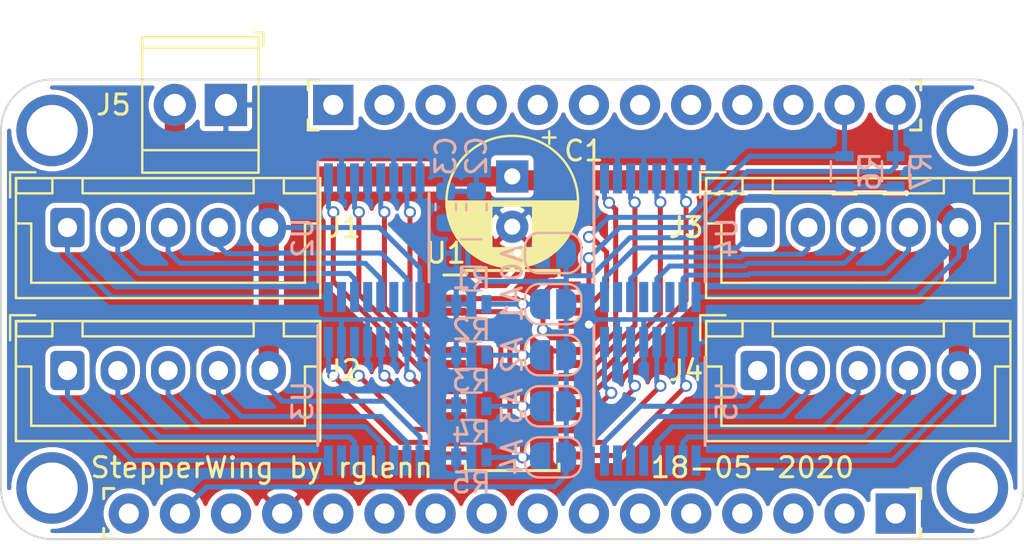
<source format=kicad_pcb>
(kicad_pcb (version 20171130) (host pcbnew "(5.1.5)-3")
  (title_block (date "sam. 04 avril 2015"))
  (layers (0 F.Cu signal) (31 B.Cu signal) (34 B.Paste user) (35 F.Paste user) (36 B.SilkS user) (37 F.SilkS user) (38 B.Mask user) (39 F.Mask user) (44 Edge.Cuts user))
  (net 0 "")
  (net 1 GND)
  (net 2 VCC)
  (net 3 /SDA)
  (net 4 +5V)
  (net 5 "Net-(J1-Pad4)")
  (net 6 "Net-(J1-Pad3)")
  (net 7 "Net-(J1-Pad2)")
  (net 8 "Net-(J1-Pad1)")
  (net 9 "Net-(J2-Pad1)")
  (net 10 "Net-(J2-Pad2)")
  (net 11 "Net-(J2-Pad3)")
  (net 12 "Net-(J2-Pad4)")
  (net 13 "Net-(J3-Pad1)")
  (net 14 "Net-(J3-Pad2)")
  (net 15 "Net-(J3-Pad3)")
  (net 16 "Net-(J3-Pad4)")
  (net 17 "Net-(J4-Pad4)")
  (net 18 "Net-(J4-Pad3)")
  (net 19 "Net-(J4-Pad2)")
  (net 20 "Net-(J4-Pad1)")
  (net 21 /SCL)
  (net 22 /MOTOR1_A)
  (net 23 /MOTOR1_B)
  (net 24 /MOTOR1_C)
  (net 25 /MOTOR1_D)
  (net 26 /MOTOR3_A)
  (net 27 /MOTOR3_B)
  (net 28 /MOTOR3_C)
  (net 29 /MOTOR3_D)
  (net 30 /MOTOR2_D)
  (net 31 /MOTOR2_C)
  (net 32 /MOTOR2_B)
  (net 33 /MOTOR2_A)
  (net 34 /MOTOR4_D)
  (net 35 /MOTOR4_C)
  (net 36 /MOTOR4_B)
  (net 37 /MOTOR4_A)
  (net 38 "Net-(A0-Pad1)")
  (net 39 "Net-(A1-Pad1)")
  (net 40 "Net-(A2-Pad1)")
  (net 41 "Net-(A3-Pad1)")
  (net 42 "Net-(A4-Pad1)")
  (module Adafruit_FeatherWing:Conn_PinHeader_1x16 (layer F.Cu) (at 137.16 124.46 180)
    (fp_text reference JP1)
    (fp_text value PinHeader_01x16_2.54mm)
    (pad 11 thru_hole circle (at 6.35 0 180) (size 2 2) (drill 1) (layers *.Cu *.Mask))
    (pad 12 thru_hole circle (at 8.89 0 180) (size 2 2) (drill 1) (layers *.Cu *.Mask))
    (pad 10 thru_hole circle (at 3.81 0 180) (size 2 2) (drill 1) (layers *.Cu *.Mask))
    (pad 9 thru_hole circle (at 1.27 0 180) (size 2 2) (drill 1) (layers *.Cu *.Mask))
    (pad 8 thru_hole circle (at -1.27 0 180) (size 2 2) (drill 1) (layers *.Cu *.Mask))
    (pad 5 thru_hole circle (at -8.89 0 180) (size 2 2) (drill 1) (layers *.Cu *.Mask))
    (pad 6 thru_hole circle (at -6.35 0 180) (size 2 2) (drill 1) (layers *.Cu *.Mask))
    (pad 7 thru_hole circle (at -3.81 0 180) (size 2 2) (drill 1) (layers *.Cu *.Mask))
    (pad 4 thru_hole circle (at -11.43 0 180) (size 2 2) (drill 1) (layers *.Cu *.Mask))
    (pad 3 thru_hole circle (at -13.97 0 180) (size 2 2) (drill 1) (layers *.Cu *.Mask))
    (pad 2 thru_hole circle (at -16.51 0 180) (size 2 2) (drill 1) (layers *.Cu *.Mask))
    (pad 1 thru_hole rect (at -19.05 0 180) (size 2 2) (drill 1) (layers *.Cu *.Mask))
    (pad 13 thru_hole circle (at 11.43 0 180) (size 2 2) (drill 1) (layers *.Cu *.Mask) (net 1 GND))
    (pad 14 thru_hole circle (at 13.97 0 180) (size 2 2) (drill 1) (layers *.Cu *.Mask))
    (pad 15 thru_hole circle (at 16.51 0 180) (size 2 2) (drill 1) (layers *.Cu *.Mask) (net 2 VCC))
    (pad 16 thru_hole circle (at 19.05 0 180) (size 2 2) (drill 1) (layers *.Cu *.Mask))
  )
  (module Adafruit_FeatherWing:Conn_PinHeader_1x12 (layer F.Cu) (at 142.24 104.14)
    (fp_text reference JP3)
    (fp_text value PinHeader_01x12_2.54mm)
    (pad 11 thru_hole circle (at 11.43 0) (size 2 2) (drill 1) (layers *.Cu *.Mask) (net 21 /SCL))
    (pad 12 thru_hole circle (at 13.97 0) (size 2 2) (drill 1) (layers *.Cu *.Mask) (net 3 /SDA))
    (pad 10 thru_hole circle (at 8.89 0) (size 2 2) (drill 1) (layers *.Cu *.Mask))
    (pad 9 thru_hole circle (at 6.35 0) (size 2 2) (drill 1) (layers *.Cu *.Mask))
    (pad 8 thru_hole circle (at 3.81 0) (size 2 2) (drill 1) (layers *.Cu *.Mask))
    (pad 5 thru_hole circle (at -3.81 0) (size 2 2) (drill 1) (layers *.Cu *.Mask))
    (pad 6 thru_hole circle (at -1.27 0) (size 2 2) (drill 1) (layers *.Cu *.Mask))
    (pad 7 thru_hole circle (at 1.27 0) (size 2 2) (drill 1) (layers *.Cu *.Mask))
    (pad 4 thru_hole circle (at -6.35 0) (size 2 2) (drill 1) (layers *.Cu *.Mask))
    (pad 3 thru_hole circle (at -8.89 0) (size 2 2) (drill 1) (layers *.Cu *.Mask))
    (pad 2 thru_hole circle (at -11.43 0) (size 2 2) (drill 1) (layers *.Cu *.Mask))
    (pad 1 thru_hole rect (at -13.97 0) (size 2 2) (drill 1) (layers *.Cu *.Mask))
  )
  (module Adafruit_FeatherWing:PCB_FeatherWing (layer F.Cu) (at 137.16 114.3)
    (fp_text reference PCB**)
    (fp_text value VAL**)
    (pad "" np_thru_hole circle (at 22.86 8.89) (size 3.556 3.556) (drill 2.54) (layers *.Cu *.Mask))
    (pad "" np_thru_hole circle (at -22.86 8.89) (size 3.556 3.556) (drill 2.54) (layers *.Cu *.Mask))
    (pad "" np_thru_hole circle (at 22.86 -8.89) (size 3.556 3.556) (drill 2.54) (layers *.Cu *.Mask))
    (pad "" np_thru_hole circle (at -22.86 -8.89) (size 3.556 3.556) (drill 2.54) (layers *.Cu *.Mask))
  )
  (module Jumper:SolderJumper-2_P1.3mm_Open_RoundedPad1.0x1.5mm (layer B.Cu) (at 139.192 111.506)
    (fp_text reference A0 (at -2.032 0.508 90) (layer B.SilkS) (effects (justify mirror)))
    (fp_text value SolderJumper_2_Open)
    (pad 1 smd custom (at -0.65 0) (size 1 0.5) (layers B.Cu B.Mask) (net 38 "Net-(A0-Pad1)") (options (clearance outline) (anchor rect)) (primitives (gr_circle (center 0 -0.25) (end 0.5 -0.25) (width 0)) (gr_circle (center 0 0.25) (end 0.5 0.25) (width 0)) (gr_poly (pts (xy 0 0.75) (xy 0.5 0.75) (xy 0.5 -0.75) (xy 0 -0.75)) (width 0))))
    (pad 2 smd custom (at 0.65 0) (size 1 0.5) (layers B.Cu B.Mask) (net 2 VCC) (options (clearance outline) (anchor rect)) (primitives (gr_circle (center 0 -0.25) (end 0.5 -0.25) (width 0)) (gr_circle (center 0 0.25) (end 0.5 0.25) (width 0)) (gr_poly (pts (xy 0 0.75) (xy -0.5 0.75) (xy -0.5 -0.75) (xy 0 -0.75)) (width 0))))
  )
  (module Jumper:SolderJumper-2_P1.3mm_Open_RoundedPad1.0x1.5mm (layer B.Cu) (at 139.192 114.046)
    (fp_text reference A1 (at -2.032 0 90) (layer B.SilkS) (effects (justify mirror)))
    (fp_text value SolderJumper_2_Open)
    (pad 2 smd custom (at 0.65 0) (size 1 0.5) (layers B.Cu B.Mask) (net 2 VCC) (options (clearance outline) (anchor rect)) (primitives (gr_circle (center 0 -0.25) (end 0.5 -0.25) (width 0)) (gr_circle (center 0 0.25) (end 0.5 0.25) (width 0)) (gr_poly (pts (xy 0 0.75) (xy -0.5 0.75) (xy -0.5 -0.75) (xy 0 -0.75)) (width 0))))
    (pad 1 smd custom (at -0.65 0) (size 1 0.5) (layers B.Cu B.Mask) (net 39 "Net-(A1-Pad1)") (options (clearance outline) (anchor rect)) (primitives (gr_circle (center 0 -0.25) (end 0.5 -0.25) (width 0)) (gr_circle (center 0 0.25) (end 0.5 0.25) (width 0)) (gr_poly (pts (xy 0 0.75) (xy 0.5 0.75) (xy 0.5 -0.75) (xy 0 -0.75)) (width 0))))
  )
  (module Jumper:SolderJumper-2_P1.3mm_Open_RoundedPad1.0x1.5mm (layer B.Cu) (at 139.192 116.586)
    (fp_text reference A2 (at -2.032 0 90) (layer B.SilkS) (effects (justify mirror)))
    (fp_text value SolderJumper_2_Open)
    (pad 1 smd custom (at -0.65 0) (size 1 0.5) (layers B.Cu B.Mask) (net 40 "Net-(A2-Pad1)") (options (clearance outline) (anchor rect)) (primitives (gr_circle (center 0 -0.25) (end 0.5 -0.25) (width 0)) (gr_circle (center 0 0.25) (end 0.5 0.25) (width 0)) (gr_poly (pts (xy 0 0.75) (xy 0.5 0.75) (xy 0.5 -0.75) (xy 0 -0.75)) (width 0))))
    (pad 2 smd custom (at 0.65 0) (size 1 0.5) (layers B.Cu B.Mask) (net 2 VCC) (options (clearance outline) (anchor rect)) (primitives (gr_circle (center 0 -0.25) (end 0.5 -0.25) (width 0)) (gr_circle (center 0 0.25) (end 0.5 0.25) (width 0)) (gr_poly (pts (xy 0 0.75) (xy -0.5 0.75) (xy -0.5 -0.75) (xy 0 -0.75)) (width 0))))
  )
  (module Jumper:SolderJumper-2_P1.3mm_Open_RoundedPad1.0x1.5mm (layer B.Cu) (at 139.192 119.126)
    (fp_text reference A3 (at -2.032 0 90) (layer B.SilkS) (effects (justify mirror)))
    (fp_text value SolderJumper_2_Open)
    (pad 2 smd custom (at 0.65 0) (size 1 0.5) (layers B.Cu B.Mask) (net 2 VCC) (options (clearance outline) (anchor rect)) (primitives (gr_circle (center 0 -0.25) (end 0.5 -0.25) (width 0)) (gr_circle (center 0 0.25) (end 0.5 0.25) (width 0)) (gr_poly (pts (xy 0 0.75) (xy -0.5 0.75) (xy -0.5 -0.75) (xy 0 -0.75)) (width 0))))
    (pad 1 smd custom (at -0.65 0) (size 1 0.5) (layers B.Cu B.Mask) (net 41 "Net-(A3-Pad1)") (options (clearance outline) (anchor rect)) (primitives (gr_circle (center 0 -0.25) (end 0.5 -0.25) (width 0)) (gr_circle (center 0 0.25) (end 0.5 0.25) (width 0)) (gr_poly (pts (xy 0 0.75) (xy 0.5 0.75) (xy 0.5 -0.75) (xy 0 -0.75)) (width 0))))
  )
  (module Jumper:SolderJumper-2_P1.3mm_Open_RoundedPad1.0x1.5mm (layer B.Cu) (at 139.192 121.666)
    (fp_text reference A4 (at -2.032 0 90) (layer B.SilkS) (effects (justify mirror)))
    (fp_text value SolderJumper_2_Open)
    (pad 1 smd custom (at -0.65 0) (size 1 0.5) (layers B.Cu B.Mask) (net 42 "Net-(A4-Pad1)") (options (clearance outline) (anchor rect)) (primitives (gr_circle (center 0 -0.25) (end 0.5 -0.25) (width 0)) (gr_circle (center 0 0.25) (end 0.5 0.25) (width 0)) (gr_poly (pts (xy 0 0.75) (xy 0.5 0.75) (xy 0.5 -0.75) (xy 0 -0.75)) (width 0))))
    (pad 2 smd custom (at 0.65 0) (size 1 0.5) (layers B.Cu B.Mask) (net 2 VCC) (options (clearance outline) (anchor rect)) (primitives (gr_circle (center 0 -0.25) (end 0.5 -0.25) (width 0)) (gr_circle (center 0 0.25) (end 0.5 0.25) (width 0)) (gr_poly (pts (xy 0 0.75) (xy -0.5 0.75) (xy -0.5 -0.75) (xy 0 -0.75)) (width 0))))
  )
  (module Resistors_SMD:R_0603 (layer B.Cu) (at 135.128 111.506 180)
    (fp_text reference R1 (at 0 -1.27) (layer B.SilkS) (effects (justify mirror)))
    (fp_text value 10K)
    (pad 1 smd rect (at -0.75 0 180) (size 0.5 0.9) (layers B.Cu B.Paste B.Mask) (net 38 "Net-(A0-Pad1)"))
    (pad 2 smd rect (at 0.75 0 180) (size 0.5 0.9) (layers B.Cu B.Paste B.Mask) (net 1 GND))
  )
  (module Resistors_SMD:R_0603 (layer B.Cu) (at 135.128 114.046 180)
    (fp_text reference R2 (at 0 -1.27) (layer B.SilkS) (effects (justify mirror)))
    (fp_text value 10K)
    (pad 2 smd rect (at 0.75 0 180) (size 0.5 0.9) (layers B.Cu B.Paste B.Mask) (net 1 GND))
    (pad 1 smd rect (at -0.75 0 180) (size 0.5 0.9) (layers B.Cu B.Paste B.Mask) (net 39 "Net-(A1-Pad1)"))
  )
  (module Resistors_SMD:R_0603 (layer B.Cu) (at 135.128 116.586 180)
    (fp_text reference R3 (at 0 -1.27) (layer B.SilkS) (effects (justify mirror)))
    (fp_text value 10K)
    (pad 1 smd rect (at -0.75 0 180) (size 0.5 0.9) (layers B.Cu B.Paste B.Mask) (net 40 "Net-(A2-Pad1)"))
    (pad 2 smd rect (at 0.75 0 180) (size 0.5 0.9) (layers B.Cu B.Paste B.Mask) (net 1 GND))
  )
  (module Resistors_SMD:R_0603 (layer B.Cu) (at 135.128 119.126 180)
    (fp_text reference R4 (at 0 -1.27) (layer B.SilkS) (effects (justify mirror)))
    (fp_text value 10K)
    (pad 2 smd rect (at 0.75 0 180) (size 0.5 0.9) (layers B.Cu B.Paste B.Mask) (net 1 GND))
    (pad 1 smd rect (at -0.75 0 180) (size 0.5 0.9) (layers B.Cu B.Paste B.Mask) (net 41 "Net-(A3-Pad1)"))
  )
  (module Resistors_SMD:R_0603 (layer B.Cu) (at 135.128 121.666 180)
    (fp_text reference R5 (at 0 -1.27) (layer B.SilkS) (effects (justify mirror)))
    (fp_text value 10K)
    (pad 1 smd rect (at -0.75 0 180) (size 0.5 0.9) (layers B.Cu B.Paste B.Mask) (net 42 "Net-(A4-Pad1)"))
    (pad 2 smd rect (at 0.75 0 180) (size 0.5 0.9) (layers B.Cu B.Paste B.Mask) (net 1 GND))
  )
  (module Package_SO:TSSOP-28_4.4x9.7mm_P0.65mm (layer F.Cu) (at 137.16 117.348)
    (fp_text reference U1 (at -3.302 -5.842) (layer F.SilkS))
    (fp_text value PCA9685PW)
    (pad 1 smd rect (at -2.85 -4.225) (size 1.1 0.4) (layers F.Cu F.Paste F.Mask) (net 38 "Net-(A0-Pad1)"))
    (pad 2 smd rect (at -2.85 -3.575) (size 1.1 0.4) (layers F.Cu F.Paste F.Mask) (net 39 "Net-(A1-Pad1)"))
    (pad 3 smd rect (at -2.85 -2.925) (size 1.1 0.4) (layers F.Cu F.Paste F.Mask) (net 40 "Net-(A2-Pad1)"))
    (pad 4 smd rect (at -2.85 -2.275) (size 1.1 0.4) (layers F.Cu F.Paste F.Mask) (net 41 "Net-(A3-Pad1)"))
    (pad 5 smd rect (at -2.85 -1.625) (size 1.1 0.4) (layers F.Cu F.Paste F.Mask) (net 42 "Net-(A4-Pad1)"))
    (pad 6 smd rect (at -2.85 -0.975) (size 1.1 0.4) (layers F.Cu F.Paste F.Mask) (net 25 /MOTOR1_D))
    (pad 7 smd rect (at -2.85 -0.325) (size 1.1 0.4) (layers F.Cu F.Paste F.Mask) (net 24 /MOTOR1_C))
    (pad 8 smd rect (at -2.85 0.325) (size 1.1 0.4) (layers F.Cu F.Paste F.Mask) (net 23 /MOTOR1_B))
    (pad 9 smd rect (at -2.85 0.975) (size 1.1 0.4) (layers F.Cu F.Paste F.Mask) (net 22 /MOTOR1_A))
    (pad 10 smd rect (at -2.85 1.625) (size 1.1 0.4) (layers F.Cu F.Paste F.Mask) (net 29 /MOTOR3_D))
    (pad 11 smd rect (at -2.85 2.275) (size 1.1 0.4) (layers F.Cu F.Paste F.Mask) (net 28 /MOTOR3_C))
    (pad 12 smd rect (at -2.85 2.925) (size 1.1 0.4) (layers F.Cu F.Paste F.Mask) (net 27 /MOTOR3_B))
    (pad 13 smd rect (at -2.85 3.575) (size 1.1 0.4) (layers F.Cu F.Paste F.Mask) (net 26 /MOTOR3_A))
    (pad 14 smd rect (at -2.85 4.225) (size 1.1 0.4) (layers F.Cu F.Paste F.Mask) (net 1 GND))
    (pad 15 smd rect (at 2.85 4.225) (size 1.1 0.4) (layers F.Cu F.Paste F.Mask) (net 34 /MOTOR4_D))
    (pad 16 smd rect (at 2.85 3.575) (size 1.1 0.4) (layers F.Cu F.Paste F.Mask) (net 35 /MOTOR4_C))
    (pad 17 smd rect (at 2.85 2.925) (size 1.1 0.4) (layers F.Cu F.Paste F.Mask) (net 36 /MOTOR4_B))
    (pad 18 smd rect (at 2.85 2.275) (size 1.1 0.4) (layers F.Cu F.Paste F.Mask) (net 37 /MOTOR4_A))
    (pad 19 smd rect (at 2.85 1.625) (size 1.1 0.4) (layers F.Cu F.Paste F.Mask) (net 30 /MOTOR2_D))
    (pad 20 smd rect (at 2.85 0.975) (size 1.1 0.4) (layers F.Cu F.Paste F.Mask) (net 31 /MOTOR2_C))
    (pad 21 smd rect (at 2.85 0.325) (size 1.1 0.4) (layers F.Cu F.Paste F.Mask) (net 32 /MOTOR2_B))
    (pad 22 smd rect (at 2.85 -0.325) (size 1.1 0.4) (layers F.Cu F.Paste F.Mask) (net 33 /MOTOR2_A))
    (pad 23 smd rect (at 2.85 -0.975) (size 1.1 0.4) (layers F.Cu F.Paste F.Mask) (net 1 GND))
    (pad 24 smd rect (at 2.85 -1.625) (size 1.1 0.4) (layers F.Cu F.Paste F.Mask) (net 2 VCC))
    (pad 25 smd rect (at 2.85 -2.275) (size 1.1 0.4) (layers F.Cu F.Paste F.Mask) (net 1 GND))
    (pad 26 smd rect (at 2.85 -2.925) (size 1.1 0.4) (layers F.Cu F.Paste F.Mask) (net 21 /SCL))
    (pad 27 smd rect (at 2.85 -3.575) (size 1.1 0.4) (layers F.Cu F.Paste F.Mask) (net 3 /SDA))
    (pad 28 smd rect (at 2.85 -4.225) (size 1.1 0.4) (layers F.Cu F.Paste F.Mask) (net 2 VCC))
  )
  (module Housings_SSOP:TSSOP-16_4.4x5mm_Pitch0.65mm (layer B.Cu) (at 130.302 110.744 270)
    (fp_text reference U2 (at 0 3.55 90) (layer B.SilkS) (effects (justify mirror)))
    (fp_text value ULN2003A)
    (pad 1 smd rect (at -2.95 2.275 270) (size 1.5 0.45) (layers B.Cu B.Paste B.Mask) (net 22 /MOTOR1_A))
    (pad 2 smd rect (at -2.95 1.625 270) (size 1.5 0.45) (layers B.Cu B.Paste B.Mask) (net 1 GND))
    (pad 3 smd rect (at -2.95 0.975 270) (size 1.5 0.45) (layers B.Cu B.Paste B.Mask) (net 23 /MOTOR1_B))
    (pad 4 smd rect (at -2.95 0.325 270) (size 1.5 0.45) (layers B.Cu B.Paste B.Mask) (net 1 GND))
    (pad 5 smd rect (at -2.95 -0.325 270) (size 1.5 0.45) (layers B.Cu B.Paste B.Mask) (net 24 /MOTOR1_C))
    (pad 6 smd rect (at -2.95 -0.975 270) (size 1.5 0.45) (layers B.Cu B.Paste B.Mask) (net 1 GND))
    (pad 7 smd rect (at -2.95 -1.625 270) (size 1.5 0.45) (layers B.Cu B.Paste B.Mask) (net 25 /MOTOR1_D))
    (pad 8 smd rect (at -2.95 -2.275 270) (size 1.5 0.45) (layers B.Cu B.Paste B.Mask) (net 1 GND))
    (pad 9 smd rect (at 2.95 -2.275 270) (size 1.5 0.45) (layers B.Cu B.Paste B.Mask) (net 4 +5V))
    (pad 10 smd rect (at 2.95 -1.625 270) (size 1.5 0.45) (layers B.Cu B.Paste B.Mask) (net 5 "Net-(J1-Pad4)"))
    (pad 11 smd rect (at 2.95 -0.975 270) (size 1.5 0.45) (layers B.Cu B.Paste B.Mask))
    (pad 12 smd rect (at 2.95 -0.325 270) (size 1.5 0.45) (layers B.Cu B.Paste B.Mask) (net 6 "Net-(J1-Pad3)"))
    (pad 13 smd rect (at 2.95 0.325 270) (size 1.5 0.45) (layers B.Cu B.Paste B.Mask))
    (pad 14 smd rect (at 2.95 0.975 270) (size 1.5 0.45) (layers B.Cu B.Paste B.Mask) (net 7 "Net-(J1-Pad2)"))
    (pad 15 smd rect (at 2.95 1.625 270) (size 1.5 0.45) (layers B.Cu B.Paste B.Mask))
    (pad 16 smd rect (at 2.95 2.275 270) (size 1.5 0.45) (layers B.Cu B.Paste B.Mask) (net 8 "Net-(J1-Pad1)"))
  )
  (module Housings_SSOP:TSSOP-16_4.4x5mm_Pitch0.65mm (layer B.Cu) (at 130.302 118.872 270)
    (fp_text reference U3 (at 0 3.55 90) (layer B.SilkS) (effects (justify mirror)))
    (fp_text value ULN2003A)
    (pad 1 smd rect (at -2.95 2.275 270) (size 1.5 0.45) (layers B.Cu B.Paste B.Mask) (net 26 /MOTOR3_A))
    (pad 2 smd rect (at -2.95 1.625 270) (size 1.5 0.45) (layers B.Cu B.Paste B.Mask) (net 1 GND))
    (pad 3 smd rect (at -2.95 0.975 270) (size 1.5 0.45) (layers B.Cu B.Paste B.Mask) (net 27 /MOTOR3_B))
    (pad 4 smd rect (at -2.95 0.325 270) (size 1.5 0.45) (layers B.Cu B.Paste B.Mask) (net 1 GND))
    (pad 5 smd rect (at -2.95 -0.325 270) (size 1.5 0.45) (layers B.Cu B.Paste B.Mask) (net 28 /MOTOR3_C))
    (pad 6 smd rect (at -2.95 -0.975 270) (size 1.5 0.45) (layers B.Cu B.Paste B.Mask) (net 1 GND))
    (pad 7 smd rect (at -2.95 -1.625 270) (size 1.5 0.45) (layers B.Cu B.Paste B.Mask) (net 29 /MOTOR3_D))
    (pad 8 smd rect (at -2.95 -2.275 270) (size 1.5 0.45) (layers B.Cu B.Paste B.Mask) (net 1 GND))
    (pad 9 smd rect (at 2.95 -2.275 270) (size 1.5 0.45) (layers B.Cu B.Paste B.Mask) (net 4 +5V))
    (pad 10 smd rect (at 2.95 -1.625 270) (size 1.5 0.45) (layers B.Cu B.Paste B.Mask) (net 12 "Net-(J2-Pad4)"))
    (pad 11 smd rect (at 2.95 -0.975 270) (size 1.5 0.45) (layers B.Cu B.Paste B.Mask))
    (pad 12 smd rect (at 2.95 -0.325 270) (size 1.5 0.45) (layers B.Cu B.Paste B.Mask) (net 11 "Net-(J2-Pad3)"))
    (pad 13 smd rect (at 2.95 0.325 270) (size 1.5 0.45) (layers B.Cu B.Paste B.Mask))
    (pad 14 smd rect (at 2.95 0.975 270) (size 1.5 0.45) (layers B.Cu B.Paste B.Mask) (net 10 "Net-(J2-Pad2)"))
    (pad 15 smd rect (at 2.95 1.625 270) (size 1.5 0.45) (layers B.Cu B.Paste B.Mask))
    (pad 16 smd rect (at 2.95 2.275 270) (size 1.5 0.45) (layers B.Cu B.Paste B.Mask) (net 9 "Net-(J2-Pad1)"))
  )
  (module Housings_SSOP:TSSOP-16_4.4x5mm_Pitch0.65mm (layer B.Cu) (at 144.018 110.744 270)
    (fp_text reference U4 (at 0 -3.81 90) (layer B.SilkS) (effects (justify mirror)))
    (fp_text value ULN2003A)
    (pad 16 smd rect (at 2.95 2.275 270) (size 1.5 0.45) (layers B.Cu B.Paste B.Mask) (net 13 "Net-(J3-Pad1)"))
    (pad 15 smd rect (at 2.95 1.625 270) (size 1.5 0.45) (layers B.Cu B.Paste B.Mask))
    (pad 14 smd rect (at 2.95 0.975 270) (size 1.5 0.45) (layers B.Cu B.Paste B.Mask) (net 14 "Net-(J3-Pad2)"))
    (pad 13 smd rect (at 2.95 0.325 270) (size 1.5 0.45) (layers B.Cu B.Paste B.Mask))
    (pad 12 smd rect (at 2.95 -0.325 270) (size 1.5 0.45) (layers B.Cu B.Paste B.Mask) (net 15 "Net-(J3-Pad3)"))
    (pad 11 smd rect (at 2.95 -0.975 270) (size 1.5 0.45) (layers B.Cu B.Paste B.Mask))
    (pad 10 smd rect (at 2.95 -1.625 270) (size 1.5 0.45) (layers B.Cu B.Paste B.Mask) (net 16 "Net-(J3-Pad4)"))
    (pad 9 smd rect (at 2.95 -2.275 270) (size 1.5 0.45) (layers B.Cu B.Paste B.Mask) (net 4 +5V))
    (pad 8 smd rect (at -2.95 -2.275 270) (size 1.5 0.45) (layers B.Cu B.Paste B.Mask) (net 1 GND))
    (pad 7 smd rect (at -2.95 -1.625 270) (size 1.5 0.45) (layers B.Cu B.Paste B.Mask) (net 30 /MOTOR2_D))
    (pad 6 smd rect (at -2.95 -0.975 270) (size 1.5 0.45) (layers B.Cu B.Paste B.Mask) (net 1 GND))
    (pad 5 smd rect (at -2.95 -0.325 270) (size 1.5 0.45) (layers B.Cu B.Paste B.Mask) (net 31 /MOTOR2_C))
    (pad 4 smd rect (at -2.95 0.325 270) (size 1.5 0.45) (layers B.Cu B.Paste B.Mask) (net 1 GND))
    (pad 3 smd rect (at -2.95 0.975 270) (size 1.5 0.45) (layers B.Cu B.Paste B.Mask) (net 32 /MOTOR2_B))
    (pad 2 smd rect (at -2.95 1.625 270) (size 1.5 0.45) (layers B.Cu B.Paste B.Mask) (net 1 GND))
    (pad 1 smd rect (at -2.95 2.275 270) (size 1.5 0.45) (layers B.Cu B.Paste B.Mask) (net 33 /MOTOR2_A))
  )
  (module Housings_SSOP:TSSOP-16_4.4x5mm_Pitch0.65mm (layer B.Cu) (at 144.018 118.872 270)
    (fp_text reference U5 (at 0 -3.81 270) (layer B.SilkS) (effects (justify mirror)))
    (fp_text value ULN2003A)
    (pad 16 smd rect (at 2.95 2.275 270) (size 1.5 0.45) (layers B.Cu B.Paste B.Mask) (net 20 "Net-(J4-Pad1)"))
    (pad 15 smd rect (at 2.95 1.625 270) (size 1.5 0.45) (layers B.Cu B.Paste B.Mask))
    (pad 14 smd rect (at 2.95 0.975 270) (size 1.5 0.45) (layers B.Cu B.Paste B.Mask) (net 19 "Net-(J4-Pad2)"))
    (pad 13 smd rect (at 2.95 0.325 270) (size 1.5 0.45) (layers B.Cu B.Paste B.Mask))
    (pad 12 smd rect (at 2.95 -0.325 270) (size 1.5 0.45) (layers B.Cu B.Paste B.Mask) (net 18 "Net-(J4-Pad3)"))
    (pad 11 smd rect (at 2.95 -0.975 270) (size 1.5 0.45) (layers B.Cu B.Paste B.Mask))
    (pad 10 smd rect (at 2.95 -1.625 270) (size 1.5 0.45) (layers B.Cu B.Paste B.Mask) (net 17 "Net-(J4-Pad4)"))
    (pad 9 smd rect (at 2.95 -2.275 270) (size 1.5 0.45) (layers B.Cu B.Paste B.Mask) (net 4 +5V))
    (pad 8 smd rect (at -2.95 -2.275 270) (size 1.5 0.45) (layers B.Cu B.Paste B.Mask) (net 1 GND))
    (pad 7 smd rect (at -2.95 -1.625 270) (size 1.5 0.45) (layers B.Cu B.Paste B.Mask) (net 34 /MOTOR4_D))
    (pad 6 smd rect (at -2.95 -0.975 270) (size 1.5 0.45) (layers B.Cu B.Paste B.Mask) (net 1 GND))
    (pad 5 smd rect (at -2.95 -0.325 270) (size 1.5 0.45) (layers B.Cu B.Paste B.Mask) (net 35 /MOTOR4_C))
    (pad 4 smd rect (at -2.95 0.325 270) (size 1.5 0.45) (layers B.Cu B.Paste B.Mask) (net 1 GND))
    (pad 3 smd rect (at -2.95 0.975 270) (size 1.5 0.45) (layers B.Cu B.Paste B.Mask) (net 36 /MOTOR4_B))
    (pad 2 smd rect (at -2.95 1.625 270) (size 1.5 0.45) (layers B.Cu B.Paste B.Mask) (net 1 GND))
    (pad 1 smd rect (at -2.95 2.275 270) (size 1.5 0.45) (layers B.Cu B.Paste B.Mask) (net 37 /MOTOR4_A))
  )
  (module Connector_JST:JST_XH_B5B-XH-A_1x05_P2.50mm_Vertical (layer F.Cu) (at 115.062 110.236)
    (fp_text reference J1 (at 13.716 0) (layer F.SilkS))
    (fp_text value Conn_01x05)
    (pad 5 thru_hole oval (at 10 0) (size 1.7 1.95) (drill 0.95) (layers *.Cu *.Mask) (net 4 +5V))
    (pad 4 thru_hole oval (at 7.5 0) (size 1.7 1.95) (drill 0.95) (layers *.Cu *.Mask) (net 5 "Net-(J1-Pad4)"))
    (pad 3 thru_hole oval (at 5 0) (size 1.7 1.95) (drill 0.95) (layers *.Cu *.Mask) (net 6 "Net-(J1-Pad3)"))
    (pad 2 thru_hole oval (at 2.5 0) (size 1.7 1.95) (drill 0.95) (layers *.Cu *.Mask) (net 7 "Net-(J1-Pad2)"))
    (pad 1 thru_hole roundrect (at 0 0) (size 1.7 1.95) (drill 0.95) (layers *.Cu *.Mask) (roundrect_rratio 0.147059) (net 8 "Net-(J1-Pad1)"))
  )
  (module Connector_JST:JST_XH_B5B-XH-A_1x05_P2.50mm_Vertical (layer F.Cu) (at 115.062 117.348)
    (fp_text reference J2 (at 13.716 0) (layer F.SilkS))
    (fp_text value Conn_01x05)
    (pad 1 thru_hole roundrect (at 0 0) (size 1.7 1.95) (drill 0.95) (layers *.Cu *.Mask) (roundrect_rratio 0.147059) (net 9 "Net-(J2-Pad1)"))
    (pad 2 thru_hole oval (at 2.5 0) (size 1.7 1.95) (drill 0.95) (layers *.Cu *.Mask) (net 10 "Net-(J2-Pad2)"))
    (pad 3 thru_hole oval (at 5 0) (size 1.7 1.95) (drill 0.95) (layers *.Cu *.Mask) (net 11 "Net-(J2-Pad3)"))
    (pad 4 thru_hole oval (at 7.5 0) (size 1.7 1.95) (drill 0.95) (layers *.Cu *.Mask) (net 12 "Net-(J2-Pad4)"))
    (pad 5 thru_hole oval (at 10 0) (size 1.7 1.95) (drill 0.95) (layers *.Cu *.Mask) (net 4 +5V))
  )
  (module Connector_JST:JST_XH_B5B-XH-A_1x05_P2.50mm_Vertical (layer F.Cu) (at 149.352 110.236)
    (fp_text reference J3 (at -3.556 0) (layer F.SilkS))
    (fp_text value Conn_01x05)
    (pad 1 thru_hole roundrect (at 0 0) (size 1.7 1.95) (drill 0.95) (layers *.Cu *.Mask) (roundrect_rratio 0.147059) (net 13 "Net-(J3-Pad1)"))
    (pad 2 thru_hole oval (at 2.5 0) (size 1.7 1.95) (drill 0.95) (layers *.Cu *.Mask) (net 14 "Net-(J3-Pad2)"))
    (pad 3 thru_hole oval (at 5 0) (size 1.7 1.95) (drill 0.95) (layers *.Cu *.Mask) (net 15 "Net-(J3-Pad3)"))
    (pad 4 thru_hole oval (at 7.5 0) (size 1.7 1.95) (drill 0.95) (layers *.Cu *.Mask) (net 16 "Net-(J3-Pad4)"))
    (pad 5 thru_hole oval (at 10 0) (size 1.7 1.95) (drill 0.95) (layers *.Cu *.Mask) (net 4 +5V))
  )
  (module Connector_JST:JST_XH_B5B-XH-A_1x05_P2.50mm_Vertical (layer F.Cu) (at 149.352 117.348)
    (fp_text reference J4 (at -3.556 0) (layer F.SilkS))
    (fp_text value Conn_01x05)
    (pad 5 thru_hole oval (at 10 0) (size 1.7 1.95) (drill 0.95) (layers *.Cu *.Mask) (net 4 +5V))
    (pad 4 thru_hole oval (at 7.5 0) (size 1.7 1.95) (drill 0.95) (layers *.Cu *.Mask) (net 17 "Net-(J4-Pad4)"))
    (pad 3 thru_hole oval (at 5 0) (size 1.7 1.95) (drill 0.95) (layers *.Cu *.Mask) (net 18 "Net-(J4-Pad3)"))
    (pad 2 thru_hole oval (at 2.5 0) (size 1.7 1.95) (drill 0.95) (layers *.Cu *.Mask) (net 19 "Net-(J4-Pad2)"))
    (pad 1 thru_hole roundrect (at 0 0) (size 1.7 1.95) (drill 0.95) (layers *.Cu *.Mask) (roundrect_rratio 0.147059) (net 20 "Net-(J4-Pad1)"))
  )
  (module Resistors_SMD:R_0603 (layer B.Cu) (at 153.67 107.442 90)
    (fp_text reference R6 (at 0 1.27 90) (layer B.SilkS) (effects (justify mirror)))
    (fp_text value 10K)
    (pad 1 smd rect (at -0.75 0 90) (size 0.5 0.9) (layers B.Cu B.Paste B.Mask) (net 2 VCC))
    (pad 2 smd rect (at 0.75 0 90) (size 0.5 0.9) (layers B.Cu B.Paste B.Mask) (net 21 /SCL))
  )
  (module Resistors_SMD:R_0603 (layer B.Cu) (at 156.21 107.442 90)
    (fp_text reference R7 (at 0 1.27 90) (layer B.SilkS) (effects (justify mirror)))
    (fp_text value 10K)
    (pad 2 smd rect (at 0.75 0 90) (size 0.5 0.9) (layers B.Cu B.Paste B.Mask) (net 3 /SDA))
    (pad 1 smd rect (at -0.75 0 90) (size 0.5 0.9) (layers B.Cu B.Paste B.Mask) (net 2 VCC))
  )
  (module Capacitor_THT:CP_Radial_D6.3mm_P2.50mm (layer F.Cu) (at 137.16 107.696 270)
    (fp_text reference C1 (at -1.27 -3.556 180) (layer F.SilkS))
    (fp_text value 100u)
    (pad 1 thru_hole rect (at 0 0 270) (size 1.6 1.6) (drill 0.8) (layers *.Cu *.Mask) (net 4 +5V))
    (pad 2 thru_hole circle (at 2.5 0 270) (size 1.6 1.6) (drill 0.8) (layers *.Cu *.Mask) (net 1 GND))
  )
  (module Capacitor_SMD:C_0603_1608Metric (layer B.Cu) (at 135.382 109.22 90)
    (fp_text reference C2 (at 2.54 0 90) (layer B.SilkS) (effects (justify mirror)))
    (fp_text value 100n)
    (pad 1 smd roundrect (at -0.7875 0 90) (size 0.875 0.95) (layers B.Cu B.Paste B.Mask) (net 2 VCC))
    (pad 2 smd roundrect (at 0.7875 0 90) (size 0.875 0.95) (layers B.Cu B.Paste B.Mask) (net 1 GND))
  )
  (module Capacitor_SMD:C_0603_1608Metric (layer B.Cu) (at 133.858 109.22 90)
    (fp_text reference C3 (at 2.54 0 90) (layer B.SilkS) (effects (justify mirror)))
    (fp_text value 1u)
    (pad 2 smd roundrect (at 0.7875 0 90) (size 0.875 0.95) (layers B.Cu B.Paste B.Mask) (net 1 GND))
    (pad 1 smd roundrect (at -0.7875 0 90) (size 0.875 0.95) (layers B.Cu B.Paste B.Mask) (net 2 VCC))
  )
  (module TerminalBlock_TE-Connectivity:TerminalBlock_TE_282834-2_1x02_P2.54mm_Horizontal (layer F.Cu) (at 122.936 104.14 180)
    (fp_text reference J5 (at 5.588 0) (layer F.SilkS))
    (fp_text value Conn_01x02)
    (pad 1 thru_hole rect (at 0 0 180) (size 2.1 2.1) (drill 1.1) (layers *.Cu *.Mask) (net 1 GND))
    (pad 2 thru_hole circle (at 2.54 0 180) (size 2.1 2.1) (drill 1.1) (layers *.Cu *.Mask) (net 4 +5V))
  )
  (gr_text 18-05-2020 (at 149.098 122.174) (layer F.SilkS) (effects (font (size 1 1))))
  (gr_text "StepperWing by rglenn" (at 124.714 122.174) (layer F.SilkS) (effects (font (size 1 1))))
  (gr_arc (start 114.3 123.19) (end 114.3 125.73) (angle 90) (layer Edge.Cuts) (width 0.1))
  (gr_arc (start 114.3 105.41) (end 111.76 105.41) (angle 90) (layer Edge.Cuts) (width 0.1))
  (gr_arc (start 160.02 105.41) (end 160.02 102.87) (angle 90) (layer Edge.Cuts) (width 0.1))
  (gr_arc (start 160.02 123.19) (end 162.56 123.19) (angle 90) (layer Edge.Cuts) (width 0.1))
  (gr_line (start 114.3 125.73) (end 160.02 125.73) (angle 90) (layer Edge.Cuts) (width 0.1))
  (gr_line (start 111.76 105.41) (end 111.76 123.19) (angle 90) (layer Edge.Cuts) (width 0.1))
  (gr_line (start 160.02 102.87) (end 114.3 102.87) (angle 90) (layer Edge.Cuts) (width 0.1))
  (gr_line (start 162.56 123.19) (end 162.56 105.41) (angle 90) (layer Edge.Cuts) (width 0.1))
  (segment (start 140.01 115.073) (end 140.959 115.073) (width 0.25) (layer F.Cu) (net 1))
  (via (at 140.97 115.062) (size 0.6) (drill 0.4) (layers F.Cu B.Cu) (net 1))
  (segment (start 140.959 115.073) (end 140.97 115.062) (width 0.25) (layer F.Cu) (net 1))
  (segment (start 140.01 116.373) (end 140.675 116.373) (width 0.25) (layer F.Cu) (net 1))
  (segment (start 140.97 116.078) (end 140.97 115.062) (width 0.25) (layer F.Cu) (net 1))
  (segment (start 140.675 116.373) (end 140.97 116.078) (width 0.25) (layer F.Cu) (net 1))
  (segment (start 139.842 121.666) (end 139.842 119.126) (width 0.25) (layer B.Cu) (net 2))
  (segment (start 139.842 119.126) (end 139.842 116.586) (width 0.25) (layer B.Cu) (net 2))
  (segment (start 140.01 115.723) (end 139.091 115.723) (width 0.25) (layer F.Cu) (net 2))
  (segment (start 139.091 115.723) (end 138.684 115.316) (width 0.25) (layer F.Cu) (net 2))
  (segment (start 138.684 115.316) (end 138.684 113.538) (width 0.25) (layer F.Cu) (net 2))
  (segment (start 139.099 113.123) (end 140.01 113.123) (width 0.25) (layer F.Cu) (net 2))
  (segment (start 138.684 113.538) (end 139.099 113.123) (width 0.25) (layer F.Cu) (net 2))
  (via (at 138.684 115.316) (size 0.6) (drill 0.4) (layers F.Cu B.Cu) (net 2))
  (segment (start 138.968 115.316) (end 138.684 115.316) (width 0.25) (layer B.Cu) (net 2))
  (segment (start 139.08 115.428) (end 138.968 115.316) (width 0.25) (layer B.Cu) (net 2))
  (segment (start 139.842 115.428) (end 139.08 115.428) (width 0.25) (layer B.Cu) (net 2))
  (segment (start 139.842 115.428) (end 139.842 114.046) (width 0.25) (layer B.Cu) (net 2))
  (segment (start 139.842 116.586) (end 139.842 115.428) (width 0.25) (layer B.Cu) (net 2))
  (segment (start 156.21 108.192) (end 153.67 108.192) (width 0.25) (layer B.Cu) (net 2))
  (segment (start 139.842 112.918) (end 135.778 112.918) (width 0.25) (layer B.Cu) (net 2))
  (segment (start 139.842 114.046) (end 139.842 112.918) (width 0.25) (layer B.Cu) (net 2))
  (segment (start 134.953001 110.436499) (end 135.382 110.0075) (width 0.25) (layer B.Cu) (net 2))
  (segment (start 134.953001 112.093001) (end 134.953001 110.436499) (width 0.25) (layer B.Cu) (net 2))
  (segment (start 135.778 112.918) (end 134.953001 112.093001) (width 0.25) (layer B.Cu) (net 2))
  (segment (start 135.382 110.0075) (end 133.858 110.0075) (width 0.25) (layer B.Cu) (net 2))
  (segment (start 148.73041 108.192) (end 153.67 108.192) (width 0.25) (layer B.Cu) (net 2))
  (segment (start 146.17841 110.744) (end 148.73041 108.192) (width 0.25) (layer B.Cu) (net 2))
  (segment (start 139.842 112.918) (end 139.842 112.634) (width 0.25) (layer B.Cu) (net 2))
  (segment (start 139.842 112.634) (end 141.112 112.634) (width 0.25) (layer B.Cu) (net 2))
  (segment (start 141.112 112.634) (end 143.002 110.744) (width 0.25) (layer B.Cu) (net 2))
  (segment (start 139.842 112.634) (end 139.842 111.506) (width 0.25) (layer B.Cu) (net 2))
  (segment (start 143.002 110.744) (end 146.17841 110.744) (width 0.25) (layer B.Cu) (net 2))
  (segment (start 139.842 121.666) (end 139.842 122.54) (width 0.25) (layer B.Cu) (net 2))
  (segment (start 121.975001 123.134999) (end 120.65 124.46) (width 0.25) (layer B.Cu) (net 2))
  (segment (start 139.247001 123.134999) (end 121.975001 123.134999) (width 0.25) (layer B.Cu) (net 2))
  (segment (start 139.842 122.54) (end 139.247001 123.134999) (width 0.25) (layer B.Cu) (net 2))
  (segment (start 156.21 104.14) (end 156.21 106.692) (width 0.25) (layer B.Cu) (net 3))
  (segment (start 155.956 107.442) (end 148.844 107.442) (width 0.25) (layer B.Cu) (net 3))
  (segment (start 140.01 113.773) (end 140.695002 113.773) (width 0.25) (layer F.Cu) (net 3))
  (via (at 140.97 111.759996) (size 0.6) (drill 0.4) (layers F.Cu B.Cu) (net 3))
  (segment (start 156.21 107.188) (end 155.956 107.442) (width 0.25) (layer B.Cu) (net 3))
  (segment (start 140.695002 113.773) (end 140.97 113.498002) (width 0.25) (layer F.Cu) (net 3))
  (segment (start 140.97 113.498002) (end 140.97 111.759996) (width 0.25) (layer F.Cu) (net 3))
  (segment (start 146.05 110.236) (end 142.493996 110.236) (width 0.25) (layer B.Cu) (net 3))
  (segment (start 156.21 106.692) (end 156.21 107.188) (width 0.25) (layer B.Cu) (net 3))
  (segment (start 148.844 107.442) (end 146.05 110.236) (width 0.25) (layer B.Cu) (net 3))
  (segment (start 142.493996 110.236) (end 140.97 111.759996) (width 0.25) (layer B.Cu) (net 3))
  (segment (start 132.577 113.694) (end 132.577 112.257) (width 0.25) (layer B.Cu) (net 4))
  (segment (start 130.556 110.236) (end 125.062 110.236) (width 0.25) (layer B.Cu) (net 4))
  (segment (start 132.577 112.257) (end 130.556 110.236) (width 0.25) (layer B.Cu) (net 4))
  (segment (start 132.577 121.822) (end 132.577 120.639) (width 0.25) (layer B.Cu) (net 4))
  (segment (start 132.577 120.639) (end 130.81 118.872) (width 0.25) (layer B.Cu) (net 4))
  (segment (start 130.81 118.872) (end 125.73 118.872) (width 0.25) (layer B.Cu) (net 4))
  (segment (start 125.062 118.204) (end 125.062 117.348) (width 0.25) (layer B.Cu) (net 4))
  (segment (start 125.73 118.872) (end 125.062 118.204) (width 0.25) (layer B.Cu) (net 4))
  (segment (start 146.293 113.694) (end 157.324 113.694) (width 0.25) (layer B.Cu) (net 4))
  (segment (start 159.352 111.666) (end 159.352 110.236) (width 0.25) (layer B.Cu) (net 4))
  (segment (start 157.324 113.694) (end 159.352 111.666) (width 0.25) (layer B.Cu) (net 4))
  (segment (start 146.293 121.822) (end 156.054 121.822) (width 0.25) (layer B.Cu) (net 4))
  (segment (start 159.352 118.524) (end 159.352 117.348) (width 0.25) (layer B.Cu) (net 4))
  (segment (start 156.054 121.822) (end 159.352 118.524) (width 0.25) (layer B.Cu) (net 4))
  (segment (start 120.396 104.14) (end 120.396 106.172) (width 1) (layer F.Cu) (net 4))
  (segment (start 120.396 106.172) (end 121.92 107.696) (width 1) (layer F.Cu) (net 4))
  (segment (start 125.062 107.79) (end 124.968 107.696) (width 1) (layer F.Cu) (net 4))
  (segment (start 121.92 107.696) (end 124.968 107.696) (width 1) (layer F.Cu) (net 4))
  (segment (start 125.062 110.236) (end 125.062 107.79) (width 1) (layer F.Cu) (net 4))
  (segment (start 124.968 107.696) (end 137.16 107.696) (width 1) (layer F.Cu) (net 4))
  (segment (start 125.062 110.236) (end 125.062 117.348) (width 1) (layer F.Cu) (net 4))
  (segment (start 157.004001 107.888001) (end 159.352 110.236) (width 1) (layer F.Cu) (net 4))
  (segment (start 137.352001 107.888001) (end 157.004001 107.888001) (width 1) (layer F.Cu) (net 4))
  (segment (start 137.16 107.696) (end 137.352001 107.888001) (width 1) (layer F.Cu) (net 4))
  (segment (start 159.352 117.348) (end 159.352 110.236) (width 1) (layer F.Cu) (net 4))
  (segment (start 131.927 112.783998) (end 130.649002 111.506) (width 0.25) (layer B.Cu) (net 5))
  (segment (start 131.927 113.694) (end 131.927 112.783998) (width 0.25) (layer B.Cu) (net 5))
  (segment (start 125.548705 111.53601) (end 122.96601 111.53601) (width 0.25) (layer B.Cu) (net 5))
  (segment (start 130.649002 111.506) (end 125.578715 111.506) (width 0.25) (layer B.Cu) (net 5))
  (segment (start 125.578715 111.506) (end 125.548705 111.53601) (width 0.25) (layer B.Cu) (net 5))
  (segment (start 122.562 111.132) (end 122.562 110.236) (width 0.25) (layer B.Cu) (net 5))
  (segment (start 122.96601 111.53601) (end 122.562 111.132) (width 0.25) (layer B.Cu) (net 5))
  (segment (start 130.627 112.783998) (end 129.857002 112.014) (width 0.25) (layer B.Cu) (net 6))
  (segment (start 130.627 113.694) (end 130.627 112.783998) (width 0.25) (layer B.Cu) (net 6))
  (segment (start 129.857002 112.014) (end 120.65 112.014) (width 0.25) (layer B.Cu) (net 6))
  (segment (start 120.062 111.426) (end 120.062 110.236) (width 0.25) (layer B.Cu) (net 6))
  (segment (start 120.65 112.014) (end 120.062 111.426) (width 0.25) (layer B.Cu) (net 6))
  (segment (start 129.327 112.783998) (end 129.065002 112.522) (width 0.25) (layer B.Cu) (net 7))
  (segment (start 129.327 113.694) (end 129.327 112.783998) (width 0.25) (layer B.Cu) (net 7))
  (segment (start 129.065002 112.522) (end 118.618 112.522) (width 0.25) (layer B.Cu) (net 7))
  (segment (start 117.562 111.466) (end 117.562 110.236) (width 0.25) (layer B.Cu) (net 7))
  (segment (start 118.618 112.522) (end 117.562 111.466) (width 0.25) (layer B.Cu) (net 7))
  (segment (start 128.027 113.694) (end 117.25 113.694) (width 0.25) (layer B.Cu) (net 8))
  (segment (start 115.062 111.506) (end 115.062 110.236) (width 0.25) (layer B.Cu) (net 8))
  (segment (start 117.25 113.694) (end 115.062 111.506) (width 0.25) (layer B.Cu) (net 8))
  (segment (start 128.027 121.822) (end 118.266 121.822) (width 0.25) (layer B.Cu) (net 9))
  (segment (start 115.062 118.618) (end 115.062 117.348) (width 0.25) (layer B.Cu) (net 9))
  (segment (start 118.266 121.822) (end 115.062 118.618) (width 0.25) (layer B.Cu) (net 9))
  (segment (start 129.327 120.911998) (end 129.065002 120.65) (width 0.25) (layer B.Cu) (net 10))
  (segment (start 129.327 121.822) (end 129.327 120.911998) (width 0.25) (layer B.Cu) (net 10))
  (segment (start 129.065002 120.65) (end 119.634 120.65) (width 0.25) (layer B.Cu) (net 10))
  (segment (start 117.562 118.578) (end 117.562 117.348) (width 0.25) (layer B.Cu) (net 10))
  (segment (start 119.634 120.65) (end 117.562 118.578) (width 0.25) (layer B.Cu) (net 10))
  (segment (start 130.627 120.911998) (end 129.857002 120.142) (width 0.25) (layer B.Cu) (net 11))
  (segment (start 130.627 121.822) (end 130.627 120.911998) (width 0.25) (layer B.Cu) (net 11))
  (segment (start 129.857002 120.142) (end 121.666 120.142) (width 0.25) (layer B.Cu) (net 11))
  (segment (start 120.062 118.538) (end 120.062 117.348) (width 0.25) (layer B.Cu) (net 11))
  (segment (start 121.666 120.142) (end 120.062 118.538) (width 0.25) (layer B.Cu) (net 11))
  (segment (start 131.927 120.911998) (end 130.649002 119.634) (width 0.25) (layer B.Cu) (net 12))
  (segment (start 131.927 121.822) (end 131.927 120.911998) (width 0.25) (layer B.Cu) (net 12))
  (segment (start 130.649002 119.634) (end 123.698 119.634) (width 0.25) (layer B.Cu) (net 12))
  (segment (start 122.562 118.498) (end 122.562 117.348) (width 0.25) (layer B.Cu) (net 12))
  (segment (start 123.698 119.634) (end 122.562 118.498) (width 0.25) (layer B.Cu) (net 12))
  (segment (start 148.336 111.252) (end 149.352 110.236) (width 0.25) (layer B.Cu) (net 13))
  (segment (start 141.743 113.694) (end 141.743 112.765) (width 0.25) (layer B.Cu) (net 13))
  (segment (start 141.743 112.765) (end 143.254977 111.253023) (width 0.25) (layer B.Cu) (net 13))
  (segment (start 143.254977 111.253023) (end 145.198801 111.253023) (width 0.25) (layer B.Cu) (net 13))
  (segment (start 145.198801 111.253023) (end 145.199824 111.252) (width 0.25) (layer B.Cu) (net 13))
  (segment (start 145.199824 111.252) (end 148.336 111.252) (width 0.25) (layer B.Cu) (net 13))
  (segment (start 144.123964 111.703034) (end 145.385201 111.703034) (width 0.25) (layer B.Cu) (net 14))
  (segment (start 151.852 111.292) (end 151.852 110.236) (width 0.25) (layer B.Cu) (net 14))
  (segment (start 148.660421 111.56399) (end 151.58001 111.56399) (width 0.25) (layer B.Cu) (net 14))
  (segment (start 148.5224 111.702011) (end 148.660421 111.56399) (width 0.25) (layer B.Cu) (net 14))
  (segment (start 145.386224 111.702011) (end 148.5224 111.702011) (width 0.25) (layer B.Cu) (net 14))
  (segment (start 151.58001 111.56399) (end 151.852 111.292) (width 0.25) (layer B.Cu) (net 14))
  (segment (start 143.043 113.694) (end 143.043 112.783998) (width 0.25) (layer B.Cu) (net 14))
  (segment (start 145.385201 111.703034) (end 145.386224 111.702011) (width 0.25) (layer B.Cu) (net 14))
  (segment (start 143.043 112.783998) (end 144.123964 111.703034) (width 0.25) (layer B.Cu) (net 14))
  (segment (start 148.7088 112.152022) (end 148.846821 112.014001) (width 0.25) (layer B.Cu) (net 15))
  (segment (start 144.343 113.694) (end 144.343 112.783998) (width 0.25) (layer B.Cu) (net 15))
  (segment (start 148.846821 112.014001) (end 153.67 112.014) (width 0.25) (layer B.Cu) (net 15))
  (segment (start 154.352 111.332) (end 154.352 110.236) (width 0.25) (layer B.Cu) (net 15))
  (segment (start 144.343 112.783998) (end 144.973953 112.153045) (width 0.25) (layer B.Cu) (net 15))
  (segment (start 153.67 112.014) (end 154.352 111.332) (width 0.25) (layer B.Cu) (net 15))
  (segment (start 145.572624 112.152022) (end 148.7088 112.152022) (width 0.25) (layer B.Cu) (net 15))
  (segment (start 145.571601 112.153045) (end 145.572624 112.152022) (width 0.25) (layer B.Cu) (net 15))
  (segment (start 144.973953 112.153045) (end 145.571601 112.153045) (width 0.25) (layer B.Cu) (net 15))
  (segment (start 148.975233 112.522) (end 155.702 112.522) (width 0.25) (layer B.Cu) (net 16))
  (segment (start 156.852 111.372) (end 156.852 110.236) (width 0.25) (layer B.Cu) (net 16))
  (segment (start 155.702 112.522) (end 156.852 111.372) (width 0.25) (layer B.Cu) (net 16))
  (segment (start 148.8952 112.602033) (end 148.975233 112.522) (width 0.25) (layer B.Cu) (net 16))
  (segment (start 145.643 113.694) (end 145.643 112.783998) (width 0.25) (layer B.Cu) (net 16))
  (segment (start 145.643 112.783998) (end 145.824965 112.602033) (width 0.25) (layer B.Cu) (net 16))
  (segment (start 145.824965 112.602033) (end 148.8952 112.602033) (width 0.25) (layer B.Cu) (net 16))
  (segment (start 145.643 120.911998) (end 145.904998 120.65) (width 0.25) (layer B.Cu) (net 17))
  (segment (start 145.643 121.822) (end 145.643 120.911998) (width 0.25) (layer B.Cu) (net 17))
  (segment (start 145.904998 120.65) (end 154.686 120.65) (width 0.25) (layer B.Cu) (net 17))
  (segment (start 156.852 118.484) (end 156.852 117.348) (width 0.25) (layer B.Cu) (net 17))
  (segment (start 154.686 120.65) (end 156.852 118.484) (width 0.25) (layer B.Cu) (net 17))
  (segment (start 144.343 120.911998) (end 145.112998 120.142) (width 0.25) (layer B.Cu) (net 18))
  (segment (start 144.343 121.822) (end 144.343 120.911998) (width 0.25) (layer B.Cu) (net 18))
  (segment (start 145.112998 120.142) (end 152.654 120.142) (width 0.25) (layer B.Cu) (net 18))
  (segment (start 154.352 118.444) (end 154.352 117.348) (width 0.25) (layer B.Cu) (net 18))
  (segment (start 152.654 120.142) (end 154.352 118.444) (width 0.25) (layer B.Cu) (net 18))
  (segment (start 143.043 120.911998) (end 144.320998 119.634) (width 0.25) (layer B.Cu) (net 19))
  (segment (start 143.043 121.822) (end 143.043 120.911998) (width 0.25) (layer B.Cu) (net 19))
  (segment (start 144.320998 119.634) (end 150.622 119.634) (width 0.25) (layer B.Cu) (net 19))
  (segment (start 151.852 118.404) (end 151.852 117.348) (width 0.25) (layer B.Cu) (net 19))
  (segment (start 150.622 119.634) (end 151.852 118.404) (width 0.25) (layer B.Cu) (net 19))
  (segment (start 141.743 120.911998) (end 143.528998 119.126) (width 0.25) (layer B.Cu) (net 20))
  (segment (start 141.743 121.822) (end 141.743 120.911998) (width 0.25) (layer B.Cu) (net 20))
  (segment (start 143.528998 119.126) (end 148.844 119.126) (width 0.25) (layer B.Cu) (net 20))
  (segment (start 149.352 118.618) (end 149.352 117.348) (width 0.25) (layer B.Cu) (net 20))
  (segment (start 148.844 119.126) (end 149.352 118.618) (width 0.25) (layer B.Cu) (net 20))
  (segment (start 134.31 113.123) (end 136.813 113.123) (width 0.25) (layer F.Cu) (net 38))
  (via (at 137.414 111.506) (size 0.6) (drill 0.4) (layers F.Cu B.Cu) (net 38))
  (segment (start 136.813 113.123) (end 137.414 112.522) (width 0.25) (layer F.Cu) (net 38))
  (segment (start 137.414 112.522) (end 137.414 111.506) (width 0.25) (layer F.Cu) (net 38))
  (segment (start 138.542 111.506) (end 137.414 111.506) (width 0.25) (layer B.Cu) (net 38))
  (segment (start 137.414 111.506) (end 135.878 111.506) (width 0.25) (layer B.Cu) (net 38))
  (segment (start 153.67 104.14) (end 153.67 106.692) (width 0.25) (layer B.Cu) (net 21))
  (segment (start 140.681412 114.423) (end 141.849002 113.25541) (width 0.25) (layer F.Cu) (net 21))
  (segment (start 153.67 106.692) (end 148.95759 106.692) (width 0.25) (layer B.Cu) (net 21))
  (segment (start 140.01 114.423) (end 140.681412 114.423) (width 0.25) (layer F.Cu) (net 21))
  (segment (start 141.947987 109.728) (end 140.97 110.705987) (width 0.25) (layer B.Cu) (net 21))
  (segment (start 141.849002 113.25541) (end 141.849002 111.459998) (width 0.25) (layer F.Cu) (net 21))
  (via (at 140.97 110.705987) (size 0.6) (drill 0.4) (layers F.Cu B.Cu) (net 21))
  (segment (start 148.95759 106.692) (end 145.92159 109.728) (width 0.25) (layer B.Cu) (net 21))
  (segment (start 145.92159 109.728) (end 141.947987 109.728) (width 0.25) (layer B.Cu) (net 21))
  (segment (start 141.849002 111.459998) (end 141.094991 110.705987) (width 0.25) (layer F.Cu) (net 21))
  (segment (start 141.094991 110.705987) (end 140.97 110.705987) (width 0.25) (layer F.Cu) (net 21))
  (segment (start 134.31 113.773) (end 137.395 113.773) (width 0.25) (layer F.Cu) (net 39))
  (segment (start 138.542 114.046) (end 137.668 114.046) (width 0.25) (layer B.Cu) (net 39))
  (via (at 137.668 114.046) (size 0.6) (drill 0.4) (layers F.Cu B.Cu) (net 39))
  (segment (start 137.395 113.773) (end 137.668 114.046) (width 0.25) (layer F.Cu) (net 39))
  (segment (start 137.668 114.046) (end 135.878 114.046) (width 0.25) (layer B.Cu) (net 39))
  (segment (start 134.31 114.423) (end 136.775 114.423) (width 0.25) (layer F.Cu) (net 40))
  (via (at 137.668 116.586) (size 0.6) (drill 0.4) (layers F.Cu B.Cu) (net 40))
  (segment (start 137.668 115.316) (end 137.668 116.586) (width 0.25) (layer F.Cu) (net 40))
  (segment (start 136.775 114.423) (end 137.668 115.316) (width 0.25) (layer F.Cu) (net 40))
  (segment (start 138.542 116.586) (end 137.668 116.586) (width 0.25) (layer B.Cu) (net 40))
  (segment (start 137.668 116.586) (end 135.878 116.586) (width 0.25) (layer B.Cu) (net 40))
  (segment (start 134.31 115.073) (end 136.409 115.073) (width 0.25) (layer F.Cu) (net 41))
  (segment (start 137.042999 115.706999) (end 137.042999 117.230999) (width 0.25) (layer F.Cu) (net 41))
  (segment (start 136.409 115.073) (end 137.042999 115.706999) (width 0.25) (layer F.Cu) (net 41))
  (segment (start 137.668 117.856) (end 137.668 119.126) (width 0.25) (layer F.Cu) (net 41))
  (segment (start 137.042999 117.230999) (end 137.668 117.856) (width 0.25) (layer F.Cu) (net 41))
  (segment (start 138.542 119.126) (end 137.668 119.126) (width 0.25) (layer B.Cu) (net 41))
  (via (at 137.668 119.126) (size 0.6) (drill 0.4) (layers F.Cu B.Cu) (net 41))
  (segment (start 137.668 119.126) (end 135.878 119.126) (width 0.25) (layer B.Cu) (net 41))
  (segment (start 134.31 115.723) (end 136.237989 115.723) (width 0.25) (layer F.Cu) (net 42))
  (segment (start 136.592989 116.078) (end 136.592989 117.542989) (width 0.25) (layer F.Cu) (net 42))
  (segment (start 136.237989 115.723) (end 136.592989 116.078) (width 0.25) (layer F.Cu) (net 42))
  (segment (start 137.042999 117.992999) (end 137.042999 119.516999) (width 0.25) (layer F.Cu) (net 42))
  (segment (start 136.592989 117.542989) (end 137.042999 117.992999) (width 0.25) (layer F.Cu) (net 42))
  (via (at 137.668 121.666) (size 0.6) (drill 0.4) (layers F.Cu B.Cu) (net 42))
  (segment (start 137.668 120.142) (end 137.668 121.666) (width 0.25) (layer F.Cu) (net 42))
  (segment (start 138.542 121.666) (end 137.668 121.666) (width 0.25) (layer B.Cu) (net 42))
  (segment (start 137.042999 119.516999) (end 137.668 120.142) (width 0.25) (layer F.Cu) (net 42))
  (segment (start 137.668 121.666) (end 135.878 121.666) (width 0.25) (layer B.Cu) (net 42))
  (via (at 128.27 109.474) (size 0.6) (drill 0.4) (layers F.Cu B.Cu) (net 22))
  (segment (start 128.27 112.927232) (end 128.27 109.474) (width 0.25) (layer F.Cu) (net 22))
  (segment (start 134.31 118.323) (end 133.665768 118.323) (width 0.25) (layer F.Cu) (net 22))
  (segment (start 133.665768 118.323) (end 128.27 112.927232) (width 0.25) (layer F.Cu) (net 22))
  (segment (start 128.027 109.231) (end 128.027 107.794) (width 0.25) (layer B.Cu) (net 22))
  (segment (start 128.27 109.474) (end 128.027 109.231) (width 0.25) (layer B.Cu) (net 22))
  (via (at 129.54 109.474) (size 0.6) (drill 0.4) (layers F.Cu B.Cu) (net 23))
  (segment (start 129.54 113.560822) (end 129.54 109.474) (width 0.25) (layer F.Cu) (net 23))
  (segment (start 134.31 117.673) (end 133.652178 117.673) (width 0.25) (layer F.Cu) (net 23))
  (segment (start 133.652178 117.673) (end 129.54 113.560822) (width 0.25) (layer F.Cu) (net 23))
  (segment (start 129.327 109.261) (end 129.327 107.794) (width 0.25) (layer B.Cu) (net 23))
  (segment (start 129.54 109.474) (end 129.327 109.261) (width 0.25) (layer B.Cu) (net 23))
  (via (at 130.81 109.474) (size 0.6) (drill 0.4) (layers F.Cu B.Cu) (net 24))
  (segment (start 130.81 114.194412) (end 130.81 109.474) (width 0.25) (layer F.Cu) (net 24))
  (segment (start 134.31 117.023) (end 133.638588 117.023) (width 0.25) (layer F.Cu) (net 24))
  (segment (start 133.638588 117.023) (end 130.81 114.194412) (width 0.25) (layer F.Cu) (net 24))
  (segment (start 130.627 109.291) (end 130.627 107.794) (width 0.25) (layer B.Cu) (net 24))
  (segment (start 130.81 109.474) (end 130.627 109.291) (width 0.25) (layer B.Cu) (net 24))
  (via (at 132.08 109.474) (size 0.6) (drill 0.4) (layers F.Cu B.Cu) (net 25))
  (segment (start 132.08 114.828002) (end 132.08 109.474) (width 0.25) (layer F.Cu) (net 25))
  (segment (start 134.31 116.373) (end 133.624998 116.373) (width 0.25) (layer F.Cu) (net 25))
  (segment (start 133.624998 116.373) (end 132.08 114.828002) (width 0.25) (layer F.Cu) (net 25))
  (segment (start 131.927 109.321) (end 131.927 107.794) (width 0.25) (layer B.Cu) (net 25))
  (segment (start 132.08 109.474) (end 131.927 109.321) (width 0.25) (layer B.Cu) (net 25))
  (via (at 128.27 117.602) (size 0.6) (drill 0.4) (layers F.Cu B.Cu) (net 26))
  (segment (start 134.31 120.923) (end 131.591 120.923) (width 0.25) (layer F.Cu) (net 26))
  (segment (start 131.591 120.923) (end 128.27 117.602) (width 0.25) (layer F.Cu) (net 26))
  (segment (start 128.027 117.359) (end 128.027 115.922) (width 0.25) (layer B.Cu) (net 26))
  (segment (start 128.27 117.602) (end 128.027 117.359) (width 0.25) (layer B.Cu) (net 26))
  (via (at 129.54 117.602) (size 0.6) (drill 0.4) (layers F.Cu B.Cu) (net 27))
  (segment (start 134.31 120.273) (end 132.211 120.273) (width 0.25) (layer F.Cu) (net 27))
  (segment (start 132.211 120.273) (end 129.54 117.602) (width 0.25) (layer F.Cu) (net 27))
  (segment (start 129.327 117.389) (end 129.327 115.922) (width 0.25) (layer B.Cu) (net 27))
  (segment (start 129.54 117.602) (end 129.327 117.389) (width 0.25) (layer B.Cu) (net 27))
  (via (at 130.81 117.602) (size 0.6) (drill 0.4) (layers F.Cu B.Cu) (net 28))
  (segment (start 134.31 119.623) (end 132.831 119.623) (width 0.25) (layer F.Cu) (net 28))
  (segment (start 132.831 119.623) (end 130.81 117.602) (width 0.25) (layer F.Cu) (net 28))
  (segment (start 130.627 117.419) (end 130.627 115.922) (width 0.25) (layer B.Cu) (net 28))
  (segment (start 130.81 117.602) (end 130.627 117.419) (width 0.25) (layer B.Cu) (net 28))
  (via (at 132.070442 117.611558) (size 0.6) (drill 0.4) (layers F.Cu B.Cu) (net 29))
  (segment (start 134.31 118.973) (end 133.431884 118.973) (width 0.25) (layer F.Cu) (net 29))
  (segment (start 133.431884 118.973) (end 132.070442 117.611558) (width 0.25) (layer F.Cu) (net 29))
  (segment (start 131.927 117.468116) (end 131.927 115.922) (width 0.25) (layer B.Cu) (net 29))
  (segment (start 132.070442 117.611558) (end 131.927 117.468116) (width 0.25) (layer B.Cu) (net 29))
  (via (at 145.796 108.966) (size 0.6) (drill 0.4) (layers F.Cu B.Cu) (net 30))
  (segment (start 145.643 107.794) (end 145.643 108.813) (width 0.25) (layer B.Cu) (net 30))
  (segment (start 140.681412 118.973) (end 145.796 113.858412) (width 0.25) (layer F.Cu) (net 30))
  (segment (start 145.643 108.813) (end 145.796 108.966) (width 0.25) (layer B.Cu) (net 30))
  (segment (start 145.796 113.858412) (end 145.796 108.966) (width 0.25) (layer F.Cu) (net 30))
  (segment (start 140.01 118.973) (end 140.681412 118.973) (width 0.25) (layer F.Cu) (net 30))
  (segment (start 140.695002 118.323) (end 144.51926 114.498742) (width 0.25) (layer F.Cu) (net 31))
  (segment (start 144.51926 114.498742) (end 144.51926 108.977751) (width 0.25) (layer F.Cu) (net 31))
  (segment (start 144.343 107.794) (end 144.343 108.801491) (width 0.25) (layer B.Cu) (net 31))
  (via (at 144.51926 108.977751) (size 0.6) (drill 0.4) (layers F.Cu B.Cu) (net 31))
  (segment (start 140.01 118.323) (end 140.695002 118.323) (width 0.25) (layer F.Cu) (net 31))
  (segment (start 144.343 108.801491) (end 144.51926 108.977751) (width 0.25) (layer B.Cu) (net 31))
  (segment (start 143.043 108.790261) (end 143.243539 108.9908) (width 0.25) (layer B.Cu) (net 32))
  (segment (start 140.681412 117.673) (end 143.256 115.098412) (width 0.25) (layer F.Cu) (net 32))
  (segment (start 143.256 115.098412) (end 143.256 109.003261) (width 0.25) (layer F.Cu) (net 32))
  (segment (start 140.01 117.673) (end 140.681412 117.673) (width 0.25) (layer F.Cu) (net 32))
  (via (at 143.243539 108.9908) (size 0.6) (drill 0.4) (layers F.Cu B.Cu) (net 32))
  (segment (start 143.043 107.794) (end 143.043 108.790261) (width 0.25) (layer B.Cu) (net 32))
  (segment (start 143.256 109.003261) (end 143.243539 108.9908) (width 0.25) (layer F.Cu) (net 32))
  (via (at 141.969985 109.003132) (size 0.6) (drill 0.4) (layers F.Cu B.Cu) (net 33))
  (segment (start 141.743 108.776147) (end 141.969985 109.003132) (width 0.25) (layer B.Cu) (net 33))
  (segment (start 141.743 107.794) (end 141.743 108.776147) (width 0.25) (layer B.Cu) (net 33))
  (segment (start 142.299013 109.33216) (end 141.969985 109.003132) (width 0.25) (layer F.Cu) (net 33))
  (segment (start 142.299013 115.418989) (end 142.299013 109.33216) (width 0.25) (layer F.Cu) (net 33))
  (segment (start 140.01 117.023) (end 140.695002 117.023) (width 0.25) (layer F.Cu) (net 33))
  (segment (start 140.695002 117.023) (end 142.299013 115.418989) (width 0.25) (layer F.Cu) (net 33))
  (via (at 145.796 118.11) (size 0.6) (drill 0.4) (layers F.Cu B.Cu) (net 34))
  (segment (start 140.01 121.573) (end 142.333 121.573) (width 0.25) (layer F.Cu) (net 34))
  (segment (start 142.333 121.573) (end 145.796 118.11) (width 0.25) (layer F.Cu) (net 34))
  (segment (start 145.643 117.957) (end 145.643 115.922) (width 0.25) (layer B.Cu) (net 34))
  (segment (start 145.796 118.11) (end 145.643 117.957) (width 0.25) (layer B.Cu) (net 34))
  (via (at 144.526 118.11) (size 0.6) (drill 0.4) (layers F.Cu B.Cu) (net 35))
  (segment (start 140.01 120.923) (end 141.713 120.923) (width 0.25) (layer F.Cu) (net 35))
  (segment (start 141.713 120.923) (end 144.526 118.11) (width 0.25) (layer F.Cu) (net 35))
  (segment (start 144.343 117.927) (end 144.343 115.922) (width 0.25) (layer B.Cu) (net 35))
  (segment (start 144.526 118.11) (end 144.343 117.927) (width 0.25) (layer B.Cu) (net 35))
  (via (at 143.256 118.11) (size 0.6) (drill 0.4) (layers F.Cu B.Cu) (net 36))
  (segment (start 143.256 118.207298) (end 143.256 118.11) (width 0.25) (layer F.Cu) (net 36))
  (segment (start 140.01 120.273) (end 141.190298 120.273) (width 0.25) (layer F.Cu) (net 36))
  (segment (start 141.190298 120.273) (end 143.256 118.207298) (width 0.25) (layer F.Cu) (net 36))
  (segment (start 143.043 117.897) (end 143.043 115.922) (width 0.25) (layer B.Cu) (net 36))
  (segment (start 143.256 118.11) (end 143.043 117.897) (width 0.25) (layer B.Cu) (net 36))
  (via (at 142.080148 118.458148) (size 0.6) (drill 0.4) (layers F.Cu B.Cu) (net 37))
  (segment (start 140.01 119.623) (end 140.915296 119.623) (width 0.25) (layer F.Cu) (net 37))
  (segment (start 140.915296 119.623) (end 142.080148 118.458148) (width 0.25) (layer F.Cu) (net 37))
  (segment (start 141.743 118.121) (end 141.743 115.922) (width 0.25) (layer B.Cu) (net 37))
  (segment (start 142.080148 118.458148) (end 141.743 118.121) (width 0.25) (layer B.Cu) (net 37))
  (zone (net 1) (net_name GND) (layer B.Cu) (connect_pads (clearance 0.254)) (min_thickness 0.2032) (fill yes (arc_segments 32) (thermal_gap 0.254) (thermal_bridge_width 0.254))
    (polygon (pts (xy 162.56 125.73) (xy 111.76 125.73) (xy 111.76 102.87) (xy 162.56 102.87)))
  )
  (zone (net 1) (net_name GND) (layer F.Cu) (connect_pads (clearance 0.254)) (min_thickness 0.2032) (fill yes (arc_segments 32) (thermal_gap 0.254) (thermal_bridge_width 0.254))
    (polygon (pts (xy 162.56 125.73) (xy 111.76 125.73) (xy 111.76 102.87) (xy 162.56 102.87)))
  )
)
</source>
